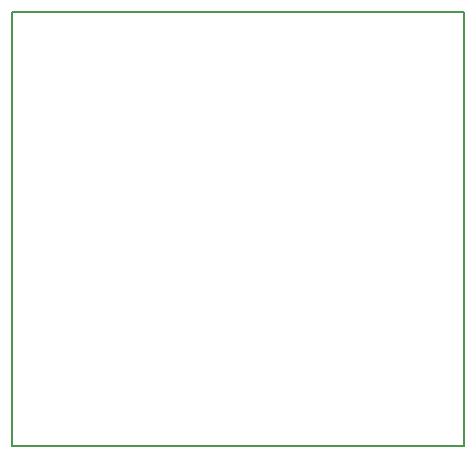
<source format=gm1>
G04 #@! TF.FileFunction,Profile,NP*
%FSLAX46Y46*%
G04 Gerber Fmt 4.6, Leading zero omitted, Abs format (unit mm)*
G04 Created by KiCad (PCBNEW 4.0.4-stable) date 11/04/16 17:13:28*
%MOMM*%
%LPD*%
G01*
G04 APERTURE LIST*
%ADD10C,0.100000*%
%ADD11C,0.150000*%
G04 APERTURE END LIST*
D10*
D11*
X145288000Y-69977000D02*
X107061000Y-69977000D01*
X145288000Y-106743500D02*
X107061000Y-106743500D01*
X145288000Y-69977000D02*
X145288000Y-106743500D01*
X107061000Y-69977000D02*
X107061000Y-106743500D01*
M02*

</source>
